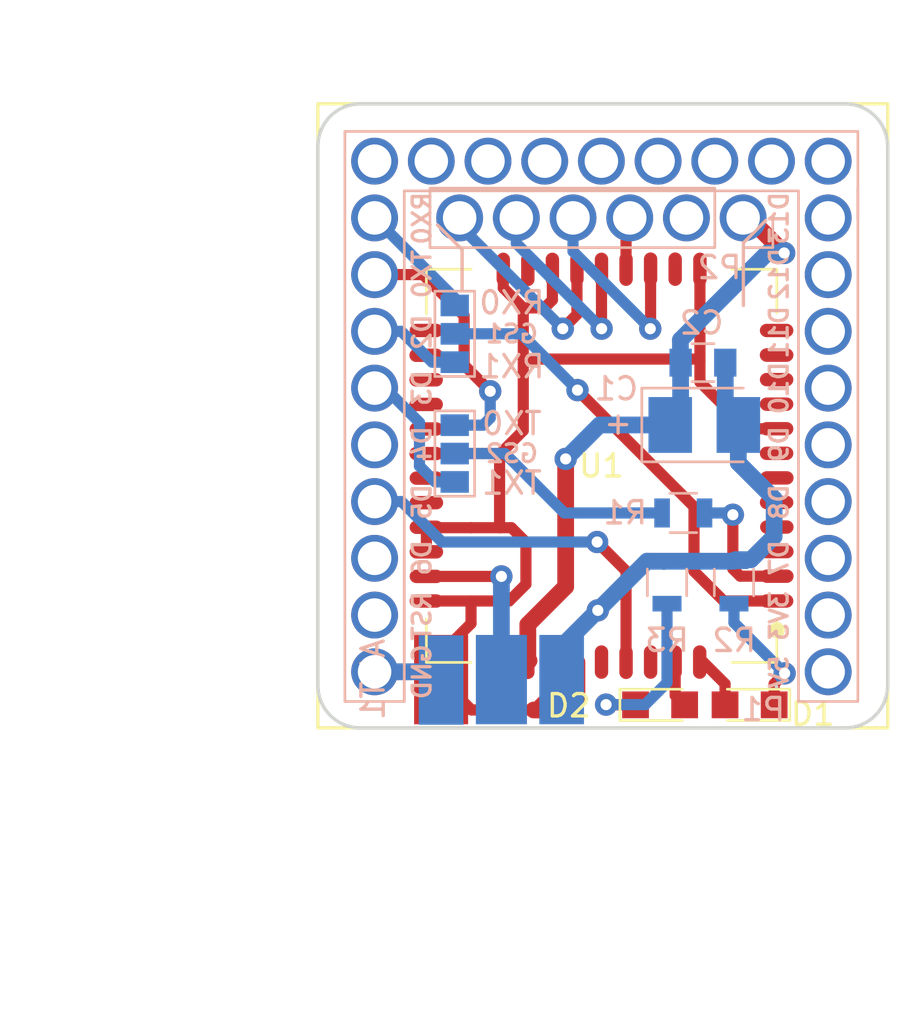
<source format=kicad_pcb>
(kicad_pcb (version 4) (host pcbnew 4.0.5)

  (general
    (links 39)
    (no_connects 0)
    (area 124.255401 58.089999 165.476 104.160001)
    (thickness 1.6)
    (drawings 29)
    (tracks 157)
    (zones 0)
    (modules 13)
    (nets 62)
  )

  (page A4)
  (title_block
    (title "Microduino SIM800C DE")
    (date "24 dicembre 2017")
    (rev 0.1)
  )

  (layers
    (0 F.Cu signal)
    (31 B.Cu signal)
    (32 B.Adhes user)
    (33 F.Adhes user)
    (34 B.Paste user)
    (35 F.Paste user)
    (36 B.SilkS user)
    (37 F.SilkS user)
    (38 B.Mask user)
    (39 F.Mask user)
    (44 Edge.Cuts user)
    (45 Margin user)
    (46 B.CrtYd user hide)
    (47 F.CrtYd user hide)
    (48 B.Fab user)
    (49 F.Fab user)
  )

  (setup
    (last_trace_width 0.25)
    (user_trace_width 0.4)
    (user_trace_width 0.5)
    (user_trace_width 0.75)
    (user_trace_width 1)
    (user_trace_width 1.5)
    (user_trace_width 2)
    (user_trace_width 2.5)
    (user_trace_width 3)
    (trace_clearance 0.2)
    (zone_clearance 0.508)
    (zone_45_only no)
    (trace_min 0.2)
    (segment_width 0.15)
    (edge_width 0.15)
    (via_size 0.6)
    (via_drill 0.4)
    (via_min_size 0.4)
    (via_min_drill 0.3)
    (user_via 1 0.5)
    (user_via 1.2 0.6)
    (uvia_size 0.3)
    (uvia_drill 0.1)
    (uvias_allowed no)
    (uvia_min_size 0.2)
    (uvia_min_drill 0.1)
    (pcb_text_width 0.3)
    (pcb_text_size 1.5 1.5)
    (mod_edge_width 0.15)
    (mod_text_size 1 1)
    (mod_text_width 0.15)
    (pad_size 4 2)
    (pad_drill 0)
    (pad_to_mask_clearance 0.2)
    (aux_axis_origin 0 0)
    (grid_origin 126.111 104.775)
    (visible_elements 7FFEFFFF)
    (pcbplotparams
      (layerselection 0x210fc_80000001)
      (usegerberextensions false)
      (excludeedgelayer true)
      (linewidth 0.100000)
      (plotframeref false)
      (viasonmask false)
      (mode 1)
      (useauxorigin false)
      (hpglpennumber 1)
      (hpglpenspeed 20)
      (hpglpendiameter 15)
      (hpglpenoverlay 2)
      (psnegative false)
      (psa4output false)
      (plotreference true)
      (plotvalue true)
      (plotinvisibletext false)
      (padsonsilk false)
      (subtractmaskfromsilk false)
      (outputformat 1)
      (mirror false)
      (drillshape 0)
      (scaleselection 1)
      (outputdirectory ""))
  )

  (net 0 "")
  (net 1 +5V)
  (net 2 +3V3)
  (net 3 /D7)
  (net 4 /D8)
  (net 5 /D9)
  (net 6 /D10)
  (net 7 /D11)
  (net 8 /D12)
  (net 9 /D13)
  (net 10 /D2)
  (net 11 /D3)
  (net 12 /A0)
  (net 13 /A1)
  (net 14 /A2)
  (net 15 /A3)
  (net 16 /SDA)
  (net 17 /SCL)
  (net 18 /A6)
  (net 19 /A7)
  (net 20 /RX0)
  (net 21 /D4)
  (net 22 /D5)
  (net 23 /D6)
  (net 24 /RESET)
  (net 25 GND)
  (net 26 "Net-(GS1-Pad2)")
  (net 27 "Net-(ANT1-Pad1)")
  (net 28 /VBAT)
  (net 29 "Net-(D1-Pad2)")
  (net 30 "Net-(D1-Pad1)")
  (net 31 "Net-(D2-Pad2)")
  (net 32 "Net-(D2-Pad1)")
  (net 33 "Net-(GS2-Pad2)")
  (net 34 /SIM_CLK)
  (net 35 /SIM_DATA)
  (net 36 /SIM_RST)
  (net 37 /VSIM)
  (net 38 "Net-(R1-Pad1)")
  (net 39 "Net-(U1-Pad29)")
  (net 40 "Net-(U1-Pad28)")
  (net 41 "Net-(U1-Pad26)")
  (net 42 "Net-(U1-Pad25)")
  (net 43 "Net-(U1-Pad24)")
  (net 44 "Net-(U1-Pad23)")
  (net 45 "Net-(U1-Pad22)")
  (net 46 "Net-(U1-Pad38)")
  (net 47 "Net-(U1-Pad40)")
  (net 48 "Net-(U1-Pad20)")
  (net 49 "Net-(U1-Pad14)")
  (net 50 "Net-(U1-Pad12)")
  (net 51 "Net-(U1-Pad11)")
  (net 52 "Net-(U1-Pad3)")
  (net 53 "Net-(U1-Pad4)")
  (net 54 "Net-(U1-Pad5)")
  (net 55 "Net-(U1-Pad6)")
  (net 56 "Net-(U1-Pad7)")
  (net 57 "Net-(U1-Pad9)")
  (net 58 "Net-(U1-Pad10)")
  (net 59 /TX0)
  (net 60 /AREF)
  (net 61 "Net-(P2-Pad2)")

  (net_class Default "Questo è il gruppo di collegamenti predefinito"
    (clearance 0.2)
    (trace_width 0.25)
    (via_dia 0.6)
    (via_drill 0.4)
    (uvia_dia 0.3)
    (uvia_drill 0.1)
    (add_net +3V3)
    (add_net +5V)
    (add_net /A0)
    (add_net /A1)
    (add_net /A2)
    (add_net /A3)
    (add_net /A6)
    (add_net /A7)
    (add_net /AREF)
    (add_net /D10)
    (add_net /D11)
    (add_net /D12)
    (add_net /D13)
    (add_net /D2)
    (add_net /D3)
    (add_net /D4)
    (add_net /D5)
    (add_net /D6)
    (add_net /D7)
    (add_net /D8)
    (add_net /D9)
    (add_net /RESET)
    (add_net /RX0)
    (add_net /SCL)
    (add_net /SDA)
    (add_net /SIM_CLK)
    (add_net /SIM_DATA)
    (add_net /SIM_RST)
    (add_net /TX0)
    (add_net /VBAT)
    (add_net /VSIM)
    (add_net GND)
    (add_net "Net-(ANT1-Pad1)")
    (add_net "Net-(D1-Pad1)")
    (add_net "Net-(D1-Pad2)")
    (add_net "Net-(D2-Pad1)")
    (add_net "Net-(D2-Pad2)")
    (add_net "Net-(GS1-Pad2)")
    (add_net "Net-(GS2-Pad2)")
    (add_net "Net-(P2-Pad2)")
    (add_net "Net-(R1-Pad1)")
    (add_net "Net-(U1-Pad10)")
    (add_net "Net-(U1-Pad11)")
    (add_net "Net-(U1-Pad12)")
    (add_net "Net-(U1-Pad14)")
    (add_net "Net-(U1-Pad20)")
    (add_net "Net-(U1-Pad22)")
    (add_net "Net-(U1-Pad23)")
    (add_net "Net-(U1-Pad24)")
    (add_net "Net-(U1-Pad25)")
    (add_net "Net-(U1-Pad26)")
    (add_net "Net-(U1-Pad28)")
    (add_net "Net-(U1-Pad29)")
    (add_net "Net-(U1-Pad3)")
    (add_net "Net-(U1-Pad38)")
    (add_net "Net-(U1-Pad4)")
    (add_net "Net-(U1-Pad40)")
    (add_net "Net-(U1-Pad5)")
    (add_net "Net-(U1-Pad6)")
    (add_net "Net-(U1-Pad7)")
    (add_net "Net-(U1-Pad9)")
  )

  (module Connectors:GS3 (layer B.Cu) (tedit 59907A75) (tstamp 58E8EEAC)
    (at 144.841 73.035 180)
    (descr "3-pin solder bridge")
    (tags "solder bridge")
    (path /58E8EC84)
    (attr smd)
    (fp_text reference GS1 (at -2.56 0 180) (layer B.SilkS)
      (effects (font (size 0.8 0.8) (thickness 0.15)) (justify mirror))
    )
    (fp_text value GS3 (at 1.8 0 450) (layer B.Fab)
      (effects (font (size 1 1) (thickness 0.15)) (justify mirror))
    )
    (fp_line (start -1.15 2.15) (end 1.15 2.15) (layer B.CrtYd) (width 0.05))
    (fp_line (start 1.15 2.15) (end 1.15 -2.15) (layer B.CrtYd) (width 0.05))
    (fp_line (start 1.15 -2.15) (end -1.15 -2.15) (layer B.CrtYd) (width 0.05))
    (fp_line (start -1.15 -2.15) (end -1.15 2.15) (layer B.CrtYd) (width 0.05))
    (fp_line (start -0.89 1.91) (end -0.89 -1.91) (layer B.SilkS) (width 0.12))
    (fp_line (start -0.89 -1.91) (end 0.89 -1.91) (layer B.SilkS) (width 0.12))
    (fp_line (start 0.89 -1.91) (end 0.89 1.91) (layer B.SilkS) (width 0.12))
    (fp_line (start -0.89 1.91) (end 0.89 1.91) (layer B.SilkS) (width 0.12))
    (pad 1 smd rect (at 0 1.27 180) (size 1.27 0.97) (layers B.Cu B.Paste B.Mask)
      (net 20 /RX0))
    (pad 2 smd rect (at 0 0 180) (size 1.27 0.97) (layers B.Cu B.Paste B.Mask)
      (net 26 "Net-(GS1-Pad2)"))
    (pad 3 smd rect (at 0 -1.27 180) (size 1.27 0.97) (layers B.Cu B.Paste B.Mask)
      (net 10 /D2))
  )

  (module Capacitors_Tantalum_SMD:CP_Tantalum_Case-B_EIA-3528-21_Reflow (layer B.Cu) (tedit 5990811C) (tstamp 59650D91)
    (at 156.021 77.115)
    (descr "Tantalum capacitor, Case B, EIA 3528-21, 3.5x2.8x1.9mm, Reflow soldering footprint")
    (tags "capacitor tantalum smd")
    (path /594FDD53)
    (attr smd)
    (fp_text reference C1 (at -3.94 -1.62) (layer B.SilkS)
      (effects (font (size 1 1) (thickness 0.15)) (justify mirror))
    )
    (fp_text value 100uF (at 0 -3.15) (layer B.Fab)
      (effects (font (size 1 1) (thickness 0.15)) (justify mirror))
    )
    (fp_text user %R (at 0.01 0.02) (layer B.Fab)
      (effects (font (size 0.8 0.8) (thickness 0.12)) (justify mirror))
    )
    (fp_line (start -2.85 1.75) (end -2.85 -1.75) (layer B.CrtYd) (width 0.05))
    (fp_line (start -2.85 -1.75) (end 2.85 -1.75) (layer B.CrtYd) (width 0.05))
    (fp_line (start 2.85 -1.75) (end 2.85 1.75) (layer B.CrtYd) (width 0.05))
    (fp_line (start 2.85 1.75) (end -2.85 1.75) (layer B.CrtYd) (width 0.05))
    (fp_line (start -1.75 1.4) (end -1.75 -1.4) (layer B.Fab) (width 0.1))
    (fp_line (start -1.75 -1.4) (end 1.75 -1.4) (layer B.Fab) (width 0.1))
    (fp_line (start 1.75 -1.4) (end 1.75 1.4) (layer B.Fab) (width 0.1))
    (fp_line (start 1.75 1.4) (end -1.75 1.4) (layer B.Fab) (width 0.1))
    (fp_line (start -1.4 1.4) (end -1.4 -1.4) (layer B.Fab) (width 0.1))
    (fp_line (start -1.225 1.4) (end -1.225 -1.4) (layer B.Fab) (width 0.1))
    (fp_line (start -2.8 1.65) (end 1.75 1.65) (layer B.SilkS) (width 0.12))
    (fp_line (start -2.8 -1.65) (end 1.75 -1.65) (layer B.SilkS) (width 0.12))
    (fp_line (start -2.8 1.65) (end -2.8 -1.65) (layer B.SilkS) (width 0.12))
    (pad 1 smd rect (at -1.525 0) (size 1.95 2.5) (layers B.Cu B.Paste B.Mask)
      (net 28 /VBAT))
    (pad 2 smd rect (at 1.525 0) (size 1.95 2.5) (layers B.Cu B.Paste B.Mask)
      (net 25 GND))
    (model Capacitors_Tantalum_SMD.3dshapes/CP_Tantalum_Case-B_EIA-3528-21.wrl
      (at (xyz 0 0 0))
      (scale (xyz 1 1 1))
      (rotate (xyz 0 0 0))
    )
  )

  (module Capacitors_SMD:C_0805 (layer B.Cu) (tedit 596E6AF0) (tstamp 59650D97)
    (at 155.961 74.325)
    (descr "Capacitor SMD 0805, reflow soldering, AVX (see smccp.pdf)")
    (tags "capacitor 0805")
    (path /594FDE58)
    (attr smd)
    (fp_text reference C2 (at -0.06 -1.78) (layer B.SilkS)
      (effects (font (size 1 1) (thickness 0.15)) (justify mirror))
    )
    (fp_text value 100nF (at 0 -1.75) (layer B.Fab)
      (effects (font (size 1 1) (thickness 0.15)) (justify mirror))
    )
    (fp_text user %R (at -0.06 -1.78) (layer B.Fab)
      (effects (font (size 1 1) (thickness 0.15)) (justify mirror))
    )
    (fp_line (start -1 -0.62) (end -1 0.62) (layer B.Fab) (width 0.1))
    (fp_line (start 1 -0.62) (end -1 -0.62) (layer B.Fab) (width 0.1))
    (fp_line (start 1 0.62) (end 1 -0.62) (layer B.Fab) (width 0.1))
    (fp_line (start -1 0.62) (end 1 0.62) (layer B.Fab) (width 0.1))
    (fp_line (start 0.5 0.85) (end -0.5 0.85) (layer B.SilkS) (width 0.12))
    (fp_line (start -0.5 -0.85) (end 0.5 -0.85) (layer B.SilkS) (width 0.12))
    (fp_line (start -1.75 0.88) (end 1.75 0.88) (layer B.CrtYd) (width 0.05))
    (fp_line (start -1.75 0.88) (end -1.75 -0.87) (layer B.CrtYd) (width 0.05))
    (fp_line (start 1.75 -0.87) (end 1.75 0.88) (layer B.CrtYd) (width 0.05))
    (fp_line (start 1.75 -0.87) (end -1.75 -0.87) (layer B.CrtYd) (width 0.05))
    (pad 1 smd rect (at -1 0) (size 1 1.25) (layers B.Cu B.Paste B.Mask)
      (net 28 /VBAT))
    (pad 2 smd rect (at 1 0) (size 1 1.25) (layers B.Cu B.Paste B.Mask)
      (net 25 GND))
    (model Capacitors_SMD.3dshapes/C_0805.wrl
      (at (xyz 0 0 0))
      (scale (xyz 1 1 1))
      (rotate (xyz 0 0 0))
    )
  )

  (module LEDs:LED_0805 (layer F.Cu) (tedit 596E6BD3) (tstamp 59650D9D)
    (at 158.051 89.645 180)
    (descr "LED 0805 smd package")
    (tags "LED led 0805 SMD smd SMT smt smdled SMDLED smtled SMTLED")
    (path /5964EA42)
    (attr smd)
    (fp_text reference D1 (at -2.83 -0.41 180) (layer F.SilkS)
      (effects (font (size 1 1) (thickness 0.15)))
    )
    (fp_text value LED_ALT (at 0 1.55 180) (layer F.Fab)
      (effects (font (size 1 1) (thickness 0.15)))
    )
    (fp_line (start -1.8 -0.7) (end -1.8 0.7) (layer F.SilkS) (width 0.12))
    (fp_line (start -0.4 -0.4) (end -0.4 0.4) (layer F.Fab) (width 0.1))
    (fp_line (start -0.4 0) (end 0.2 -0.4) (layer F.Fab) (width 0.1))
    (fp_line (start 0.2 0.4) (end -0.4 0) (layer F.Fab) (width 0.1))
    (fp_line (start 0.2 -0.4) (end 0.2 0.4) (layer F.Fab) (width 0.1))
    (fp_line (start 1 0.6) (end -1 0.6) (layer F.Fab) (width 0.1))
    (fp_line (start 1 -0.6) (end 1 0.6) (layer F.Fab) (width 0.1))
    (fp_line (start -1 -0.6) (end 1 -0.6) (layer F.Fab) (width 0.1))
    (fp_line (start -1 0.6) (end -1 -0.6) (layer F.Fab) (width 0.1))
    (fp_line (start -1.8 0.7) (end 1 0.7) (layer F.SilkS) (width 0.12))
    (fp_line (start -1.8 -0.7) (end 1 -0.7) (layer F.SilkS) (width 0.12))
    (fp_line (start 1.95 -0.85) (end 1.95 0.85) (layer F.CrtYd) (width 0.05))
    (fp_line (start 1.95 0.85) (end -1.95 0.85) (layer F.CrtYd) (width 0.05))
    (fp_line (start -1.95 0.85) (end -1.95 -0.85) (layer F.CrtYd) (width 0.05))
    (fp_line (start -1.95 -0.85) (end 1.95 -0.85) (layer F.CrtYd) (width 0.05))
    (pad 2 smd rect (at 1.1 0) (size 1.2 1.2) (layers F.Cu F.Paste F.Mask)
      (net 29 "Net-(D1-Pad2)"))
    (pad 1 smd rect (at -1.1 0) (size 1.2 1.2) (layers F.Cu F.Paste F.Mask)
      (net 30 "Net-(D1-Pad1)"))
    (model LEDs.3dshapes/LED_0805.wrl
      (at (xyz 0 0 0))
      (scale (xyz 1 1 1))
      (rotate (xyz 0 0 180))
    )
  )

  (module LEDs:LED_0805 (layer F.Cu) (tedit 59908203) (tstamp 59650DA3)
    (at 154.041 89.645)
    (descr "LED 0805 smd package")
    (tags "LED led 0805 SMD smd SMT smt smdled SMDLED smtled SMTLED")
    (path /5964EAEF)
    (attr smd)
    (fp_text reference D2 (at -4.09 0.04) (layer F.SilkS)
      (effects (font (size 1 1) (thickness 0.15)))
    )
    (fp_text value LED_ALT (at 0 1.55) (layer F.Fab)
      (effects (font (size 1 1) (thickness 0.15)))
    )
    (fp_line (start -1.8 -0.7) (end -1.8 0.7) (layer F.SilkS) (width 0.12))
    (fp_line (start -0.4 -0.4) (end -0.4 0.4) (layer F.Fab) (width 0.1))
    (fp_line (start -0.4 0) (end 0.2 -0.4) (layer F.Fab) (width 0.1))
    (fp_line (start 0.2 0.4) (end -0.4 0) (layer F.Fab) (width 0.1))
    (fp_line (start 0.2 -0.4) (end 0.2 0.4) (layer F.Fab) (width 0.1))
    (fp_line (start 1 0.6) (end -1 0.6) (layer F.Fab) (width 0.1))
    (fp_line (start 1 -0.6) (end 1 0.6) (layer F.Fab) (width 0.1))
    (fp_line (start -1 -0.6) (end 1 -0.6) (layer F.Fab) (width 0.1))
    (fp_line (start -1 0.6) (end -1 -0.6) (layer F.Fab) (width 0.1))
    (fp_line (start -1.8 0.7) (end 1 0.7) (layer F.SilkS) (width 0.12))
    (fp_line (start -1.8 -0.7) (end 1 -0.7) (layer F.SilkS) (width 0.12))
    (fp_line (start 1.95 -0.85) (end 1.95 0.85) (layer F.CrtYd) (width 0.05))
    (fp_line (start 1.95 0.85) (end -1.95 0.85) (layer F.CrtYd) (width 0.05))
    (fp_line (start -1.95 0.85) (end -1.95 -0.85) (layer F.CrtYd) (width 0.05))
    (fp_line (start -1.95 -0.85) (end 1.95 -0.85) (layer F.CrtYd) (width 0.05))
    (pad 2 smd rect (at 1.1 0 180) (size 1.2 1.2) (layers F.Cu F.Paste F.Mask)
      (net 31 "Net-(D2-Pad2)"))
    (pad 1 smd rect (at -1.1 0 180) (size 1.2 1.2) (layers F.Cu F.Paste F.Mask)
      (net 32 "Net-(D2-Pad1)"))
    (model LEDs.3dshapes/LED_0805.wrl
      (at (xyz 0 0 0))
      (scale (xyz 1 1 1))
      (rotate (xyz 0 0 180))
    )
  )

  (module Connectors:GS3 (layer B.Cu) (tedit 59907FD7) (tstamp 59650DAA)
    (at 144.841 78.395 180)
    (descr "3-pin solder bridge")
    (tags "solder bridge")
    (path /595027C0)
    (attr smd)
    (fp_text reference GS2 (at -2.56 0 180) (layer B.SilkS)
      (effects (font (size 0.8 0.8) (thickness 0.15)) (justify mirror))
    )
    (fp_text value GS3 (at 1.8 0 450) (layer B.Fab)
      (effects (font (size 1 1) (thickness 0.15)) (justify mirror))
    )
    (fp_line (start -1.15 2.15) (end 1.15 2.15) (layer B.CrtYd) (width 0.05))
    (fp_line (start 1.15 2.15) (end 1.15 -2.15) (layer B.CrtYd) (width 0.05))
    (fp_line (start 1.15 -2.15) (end -1.15 -2.15) (layer B.CrtYd) (width 0.05))
    (fp_line (start -1.15 -2.15) (end -1.15 2.15) (layer B.CrtYd) (width 0.05))
    (fp_line (start -0.89 1.91) (end -0.89 -1.91) (layer B.SilkS) (width 0.12))
    (fp_line (start -0.89 -1.91) (end 0.89 -1.91) (layer B.SilkS) (width 0.12))
    (fp_line (start 0.89 -1.91) (end 0.89 1.91) (layer B.SilkS) (width 0.12))
    (fp_line (start -0.89 1.91) (end 0.89 1.91) (layer B.SilkS) (width 0.12))
    (pad 1 smd rect (at 0 1.27 180) (size 1.27 0.97) (layers B.Cu B.Paste B.Mask)
      (net 59 /TX0))
    (pad 2 smd rect (at 0 0 180) (size 1.27 0.97) (layers B.Cu B.Paste B.Mask)
      (net 33 "Net-(GS2-Pad2)"))
    (pad 3 smd rect (at 0 -1.27 180) (size 1.27 0.97) (layers B.Cu B.Paste B.Mask)
      (net 11 /D3))
  )

  (module Pin_Headers:Pin_Header_Straight_1x06_Pitch2.54mm (layer B.Cu) (tedit 59908132) (tstamp 59650DEE)
    (at 157.761 67.845 90)
    (descr "Through hole straight pin header, 1x06, 2.54mm pitch, single row")
    (tags "Through hole pin header THT 1x06 2.54mm single row")
    (path /59500203)
    (fp_text reference P2 (at -2.22 -1.06 180) (layer B.SilkS)
      (effects (font (size 1 1) (thickness 0.15)) (justify mirror))
    )
    (fp_text value CONN_01X06 (at 0 -15.03 90) (layer B.Fab)
      (effects (font (size 1 1) (thickness 0.15)) (justify mirror))
    )
    (fp_line (start -1.27 1.27) (end -1.27 -13.97) (layer B.Fab) (width 0.1))
    (fp_line (start -1.27 -13.97) (end 1.27 -13.97) (layer B.Fab) (width 0.1))
    (fp_line (start 1.27 -13.97) (end 1.27 1.27) (layer B.Fab) (width 0.1))
    (fp_line (start 1.27 1.27) (end -1.27 1.27) (layer B.Fab) (width 0.1))
    (fp_line (start -1.33 -1.27) (end -1.33 -14.03) (layer B.SilkS) (width 0.12))
    (fp_line (start -1.33 -14.03) (end 1.33 -14.03) (layer B.SilkS) (width 0.12))
    (fp_line (start 1.33 -14.03) (end 1.33 -1.27) (layer B.SilkS) (width 0.12))
    (fp_line (start 1.33 -1.27) (end -1.33 -1.27) (layer B.SilkS) (width 0.12))
    (fp_line (start -1.33 0) (end -1.33 1.33) (layer B.SilkS) (width 0.12))
    (fp_line (start -1.33 1.33) (end 0 1.33) (layer B.SilkS) (width 0.12))
    (fp_line (start -1.8 1.8) (end -1.8 -14.5) (layer B.CrtYd) (width 0.05))
    (fp_line (start -1.8 -14.5) (end 1.8 -14.5) (layer B.CrtYd) (width 0.05))
    (fp_line (start 1.8 -14.5) (end 1.8 1.8) (layer B.CrtYd) (width 0.05))
    (fp_line (start 1.8 1.8) (end -1.8 1.8) (layer B.CrtYd) (width 0.05))
    (fp_text user %R (at 0 1.93 90) (layer B.Fab)
      (effects (font (size 0.8 0.8) (thickness 0.1)) (justify mirror))
    )
    (pad 1 thru_hole circle (at 0 0 90) (size 2.1 2.1) (drill 1.5) (layers *.Cu *.Mask)
      (net 28 /VBAT))
    (pad 2 thru_hole circle (at 0 -2.54 90) (size 2.1 2.1) (drill 1.5) (layers *.Cu *.Mask)
      (net 61 "Net-(P2-Pad2)"))
    (pad 3 thru_hole circle (at 0 -5.08 90) (size 2.1 2.1) (drill 1.5) (layers *.Cu *.Mask)
      (net 34 /SIM_CLK))
    (pad 4 thru_hole circle (at 0 -7.62 90) (size 2.1 2.1) (drill 1.5) (layers *.Cu *.Mask)
      (net 35 /SIM_DATA))
    (pad 5 thru_hole circle (at 0 -10.16 90) (size 2.1 2.1) (drill 1.5) (layers *.Cu *.Mask)
      (net 36 /SIM_RST))
    (pad 6 thru_hole circle (at 0 -12.7 90) (size 2.1 2.1) (drill 1.5) (layers *.Cu *.Mask)
      (net 37 /VSIM))
  )

  (module Resistors_SMD:R_0805 (layer B.Cu) (tedit 59908122) (tstamp 59650DF4)
    (at 155.081 81.055 180)
    (descr "Resistor SMD 0805, reflow soldering, Vishay (see dcrcw.pdf)")
    (tags "resistor 0805")
    (path /59502FA7)
    (attr smd)
    (fp_text reference R1 (at 2.6 0.01 180) (layer B.SilkS)
      (effects (font (size 1 1) (thickness 0.15)) (justify mirror))
    )
    (fp_text value 1k (at 0 -1.75 180) (layer B.Fab)
      (effects (font (size 1 1) (thickness 0.15)) (justify mirror))
    )
    (fp_text user %R (at 0 0 180) (layer B.Fab)
      (effects (font (size 0.5 0.5) (thickness 0.075)) (justify mirror))
    )
    (fp_line (start -1 -0.62) (end -1 0.62) (layer B.Fab) (width 0.1))
    (fp_line (start 1 -0.62) (end -1 -0.62) (layer B.Fab) (width 0.1))
    (fp_line (start 1 0.62) (end 1 -0.62) (layer B.Fab) (width 0.1))
    (fp_line (start -1 0.62) (end 1 0.62) (layer B.Fab) (width 0.1))
    (fp_line (start 0.6 -0.88) (end -0.6 -0.88) (layer B.SilkS) (width 0.12))
    (fp_line (start -0.6 0.88) (end 0.6 0.88) (layer B.SilkS) (width 0.12))
    (fp_line (start -1.55 0.9) (end 1.55 0.9) (layer B.CrtYd) (width 0.05))
    (fp_line (start -1.55 0.9) (end -1.55 -0.9) (layer B.CrtYd) (width 0.05))
    (fp_line (start 1.55 -0.9) (end 1.55 0.9) (layer B.CrtYd) (width 0.05))
    (fp_line (start 1.55 -0.9) (end -1.55 -0.9) (layer B.CrtYd) (width 0.05))
    (pad 1 smd rect (at -0.95 0 180) (size 0.7 1.3) (layers B.Cu B.Paste B.Mask)
      (net 38 "Net-(R1-Pad1)"))
    (pad 2 smd rect (at 0.95 0 180) (size 0.7 1.3) (layers B.Cu B.Paste B.Mask)
      (net 33 "Net-(GS2-Pad2)"))
    (model ${KISYS3DMOD}/Resistors_SMD.3dshapes/R_0805.wrl
      (at (xyz 0 0 0))
      (scale (xyz 1 1 1))
      (rotate (xyz 0 0 0))
    )
  )

  (module Resistors_SMD:R_0805 (layer B.Cu) (tedit 59907987) (tstamp 59650DFA)
    (at 157.351 84.165 270)
    (descr "Resistor SMD 0805, reflow soldering, Vishay (see dcrcw.pdf)")
    (tags "resistor 0805")
    (path /5964EB99)
    (attr smd)
    (fp_text reference R2 (at 2.59 -0.01 360) (layer B.SilkS)
      (effects (font (size 1 1) (thickness 0.15)) (justify mirror))
    )
    (fp_text value 220 (at 0 -1.75 270) (layer B.Fab)
      (effects (font (size 1 1) (thickness 0.15)) (justify mirror))
    )
    (fp_text user %R (at 0 0 270) (layer B.Fab)
      (effects (font (size 0.5 0.5) (thickness 0.075)) (justify mirror))
    )
    (fp_line (start -1 -0.62) (end -1 0.62) (layer B.Fab) (width 0.1))
    (fp_line (start 1 -0.62) (end -1 -0.62) (layer B.Fab) (width 0.1))
    (fp_line (start 1 0.62) (end 1 -0.62) (layer B.Fab) (width 0.1))
    (fp_line (start -1 0.62) (end 1 0.62) (layer B.Fab) (width 0.1))
    (fp_line (start 0.6 -0.88) (end -0.6 -0.88) (layer B.SilkS) (width 0.12))
    (fp_line (start -0.6 0.88) (end 0.6 0.88) (layer B.SilkS) (width 0.12))
    (fp_line (start -1.55 0.9) (end 1.55 0.9) (layer B.CrtYd) (width 0.05))
    (fp_line (start -1.55 0.9) (end -1.55 -0.9) (layer B.CrtYd) (width 0.05))
    (fp_line (start 1.55 -0.9) (end 1.55 0.9) (layer B.CrtYd) (width 0.05))
    (fp_line (start 1.55 -0.9) (end -1.55 -0.9) (layer B.CrtYd) (width 0.05))
    (pad 1 smd rect (at -0.95 0 270) (size 0.7 1.3) (layers B.Cu B.Paste B.Mask)
      (net 25 GND))
    (pad 2 smd rect (at 0.95 0 270) (size 0.7 1.3) (layers B.Cu B.Paste B.Mask)
      (net 30 "Net-(D1-Pad1)"))
    (model ${KISYS3DMOD}/Resistors_SMD.3dshapes/R_0805.wrl
      (at (xyz 0 0 0))
      (scale (xyz 1 1 1))
      (rotate (xyz 0 0 0))
    )
  )

  (module Resistors_SMD:R_0805 (layer B.Cu) (tedit 5990797F) (tstamp 59650E00)
    (at 154.351 84.165 270)
    (descr "Resistor SMD 0805, reflow soldering, Vishay (see dcrcw.pdf)")
    (tags "resistor 0805")
    (path /5964EBD6)
    (attr smd)
    (fp_text reference R3 (at 2.59 0 360) (layer B.SilkS)
      (effects (font (size 1 1) (thickness 0.15)) (justify mirror))
    )
    (fp_text value 220 (at 0 -1.75 270) (layer B.Fab)
      (effects (font (size 1 1) (thickness 0.15)) (justify mirror))
    )
    (fp_text user %R (at 0 0 270) (layer B.Fab)
      (effects (font (size 0.5 0.5) (thickness 0.075)) (justify mirror))
    )
    (fp_line (start -1 -0.62) (end -1 0.62) (layer B.Fab) (width 0.1))
    (fp_line (start 1 -0.62) (end -1 -0.62) (layer B.Fab) (width 0.1))
    (fp_line (start 1 0.62) (end 1 -0.62) (layer B.Fab) (width 0.1))
    (fp_line (start -1 0.62) (end 1 0.62) (layer B.Fab) (width 0.1))
    (fp_line (start 0.6 -0.88) (end -0.6 -0.88) (layer B.SilkS) (width 0.12))
    (fp_line (start -0.6 0.88) (end 0.6 0.88) (layer B.SilkS) (width 0.12))
    (fp_line (start -1.55 0.9) (end 1.55 0.9) (layer B.CrtYd) (width 0.05))
    (fp_line (start -1.55 0.9) (end -1.55 -0.9) (layer B.CrtYd) (width 0.05))
    (fp_line (start 1.55 -0.9) (end 1.55 0.9) (layer B.CrtYd) (width 0.05))
    (fp_line (start 1.55 -0.9) (end -1.55 -0.9) (layer B.CrtYd) (width 0.05))
    (pad 1 smd rect (at -0.95 0 270) (size 0.7 1.3) (layers B.Cu B.Paste B.Mask)
      (net 25 GND))
    (pad 2 smd rect (at 0.95 0 270) (size 0.7 1.3) (layers B.Cu B.Paste B.Mask)
      (net 32 "Net-(D2-Pad1)"))
    (model ${KISYS3DMOD}/Resistors_SMD.3dshapes/R_0805.wrl
      (at (xyz 0 0 0))
      (scale (xyz 1 1 1))
      (rotate (xyz 0 0 0))
    )
  )

  (module Libreria_PCB_mia:SIM800C-42PIN (layer F.Cu) (tedit 5966F570) (tstamp 5967B11A)
    (at 151.421 78.945 180)
    (descr "SIM800C-42PIN PTCH 1,10")
    (path /59501F3B)
    (attr smd)
    (fp_text reference U1 (at 0.01 0 180) (layer F.SilkS)
      (effects (font (size 1 1) (thickness 0.15)))
    )
    (fp_text value SIM800C (at 0.01 6.37 180) (layer F.Fab)
      (effects (font (size 1 1) (thickness 0.15)))
    )
    (fp_line (start 6.76 -2.54) (end 4.78 -2.54) (layer F.CrtYd) (width 0.15))
    (fp_line (start 4.78 -2.54) (end 4.78 -7.07) (layer F.CrtYd) (width 0.15))
    (fp_line (start 4.78 -7.07) (end 6.76 -7.07) (layer F.CrtYd) (width 0.15))
    (fp_line (start 6.76 -7.07) (end 6.76 -2.54) (layer F.CrtYd) (width 0.15))
    (fp_line (start 6.85 -7.8) (end -6.85 -7.8) (layer F.Fab) (width 0.15))
    (fp_line (start 6.85 7.8) (end 6.85 -7.8) (layer F.Fab) (width 0.15))
    (fp_line (start -6.85 7.8) (end 6.85 7.8) (layer F.Fab) (width 0.15))
    (fp_line (start -6.85 -7.8) (end -6.85 7.81) (layer F.Fab) (width 0.15))
    (fp_line (start -7.85 8.8) (end -7.85 6.85) (layer F.SilkS) (width 0.12))
    (fp_line (start -7.85 8.8) (end -5.85 8.8) (layer F.SilkS) (width 0.12))
    (fp_line (start 7.85 8.8) (end 5.85 8.8) (layer F.SilkS) (width 0.12))
    (fp_line (start 7.85 8.8) (end 7.85 6.8) (layer F.SilkS) (width 0.12))
    (fp_line (start 7.85 -8.8) (end 5.85 -8.8) (layer F.SilkS) (width 0.12))
    (fp_line (start 7.85 -8.8) (end 7.85 -6.85) (layer F.SilkS) (width 0.12))
    (fp_line (start -7.85 -8.8) (end -7.85 -6.85) (layer F.SilkS) (width 0.12))
    (fp_line (start -7.85 -8.8) (end -5.85 -8.8) (layer F.SilkS) (width 0.12))
    (fp_line (start -7.85 8.8) (end 7.85 8.8) (layer F.CrtYd) (width 0.05))
    (fp_line (start 7.85 8.8) (end 7.85 -8.8) (layer F.CrtYd) (width 0.05))
    (fp_line (start 7.85 -8.8) (end -7.85 -8.8) (layer F.CrtYd) (width 0.05))
    (fp_line (start -7.85 -8.8) (end -7.85 8.8) (layer F.CrtYd) (width 0.05))
    (fp_text user %R (at 0 0 180) (layer F.Fab)
      (effects (font (size 1 1) (thickness 0.15)))
    )
    (pad "" smd circle (at -7.85 -7.35 90) (size 0.7 0.7) (layers F.SilkS))
    (pad 32 smd oval (at 7.85 -4.95) (size 1.5 0.6) (layers F.Cu F.Paste F.Mask)
      (net 27 "Net-(ANT1-Pad1)"))
    (pad 31 smd oval (at 7.85 -3.85) (size 1.5 0.6) (layers F.Cu F.Paste F.Mask)
      (net 25 GND))
    (pad 30 smd oval (at 7.85 -2.75) (size 1.5 0.6) (layers F.Cu F.Paste F.Mask)
      (net 25 GND))
    (pad 29 smd oval (at 7.85 -1.65) (size 1.5 0.6) (layers F.Cu F.Paste F.Mask)
      (net 39 "Net-(U1-Pad29)"))
    (pad 28 smd oval (at 7.85 -0.55) (size 1.5 0.6) (layers F.Cu F.Paste F.Mask)
      (net 40 "Net-(U1-Pad28)"))
    (pad 27 smd oval (at 7.86 0.55) (size 1.5 0.6) (layers F.Cu F.Paste F.Mask)
      (net 25 GND))
    (pad 26 smd oval (at 7.85 1.65) (size 1.5 0.6) (layers F.Cu F.Paste F.Mask)
      (net 41 "Net-(U1-Pad26)"))
    (pad 25 smd oval (at 7.86 2.75) (size 1.5 0.6) (layers F.Cu F.Paste F.Mask)
      (net 42 "Net-(U1-Pad25)"))
    (pad 24 smd oval (at 7.86 3.85) (size 1.5 0.6) (layers F.Cu F.Paste F.Mask)
      (net 43 "Net-(U1-Pad24)"))
    (pad 23 smd oval (at 7.86 4.95) (size 1.5 0.6) (layers F.Cu F.Paste F.Mask)
      (net 44 "Net-(U1-Pad23)"))
    (pad 22 smd oval (at 7.85 6.06) (size 1.5 0.6) (layers F.Cu F.Paste F.Mask)
      (net 45 "Net-(U1-Pad22)"))
    (pad 33 smd oval (at 7.85 -6.05) (size 1.5 0.6) (layers F.Cu F.Paste F.Mask)
      (net 25 GND))
    (pad 34 smd oval (at 4.415 -8.785 90) (size 1.5 0.6) (layers F.Cu F.Paste F.Mask)
      (net 28 /VBAT))
    (pad 35 smd oval (at 3.305 -8.795 90) (size 1.5 0.6) (layers F.Cu F.Paste F.Mask)
      (net 28 /VBAT))
    (pad 36 smd oval (at 2.205 -8.795 90) (size 1.5 0.6) (layers F.Cu F.Paste F.Mask)
      (net 25 GND))
    (pad 37 smd oval (at 1.105 -8.795 90) (size 1.5 0.6) (layers F.Cu F.Paste F.Mask)
      (net 25 GND))
    (pad 38 smd oval (at 0.005 -8.785 90) (size 1.5 0.6) (layers F.Cu F.Paste F.Mask)
      (net 46 "Net-(U1-Pad38)"))
    (pad 39 smd oval (at -1.095 -8.795 90) (size 1.5 0.6) (layers F.Cu F.Paste F.Mask)
      (net 22 /D5))
    (pad 40 smd oval (at -2.195 -8.785 90) (size 1.5 0.6) (layers F.Cu F.Paste F.Mask)
      (net 47 "Net-(U1-Pad40)"))
    (pad 41 smd oval (at -3.295 -8.785 90) (size 1.5 0.6) (layers F.Cu F.Paste F.Mask)
      (net 31 "Net-(D2-Pad2)"))
    (pad 42 smd oval (at -4.395 -8.785 90) (size 1.5 0.6) (layers F.Cu F.Paste F.Mask)
      (net 29 "Net-(D1-Pad2)"))
    (pad 21 smd oval (at 4.405 8.795 270) (size 1.5 0.6) (layers F.Cu F.Paste F.Mask)
      (net 25 GND))
    (pad 20 smd oval (at 3.305 8.795 270) (size 1.5 0.6) (layers F.Cu F.Paste F.Mask)
      (net 48 "Net-(U1-Pad20)"))
    (pad 19 smd oval (at 2.205 8.795 270) (size 1.5 0.6) (layers F.Cu F.Paste F.Mask)
      (net 25 GND))
    (pad 18 smd oval (at 1.105 8.805 270) (size 1.5 0.6) (layers F.Cu F.Paste F.Mask)
      (net 37 /VSIM))
    (pad 17 smd oval (at 0.005 8.795 270) (size 1.5 0.6) (layers F.Cu F.Paste F.Mask)
      (net 36 /SIM_RST))
    (pad 16 smd oval (at -1.095 8.805 270) (size 1.5 0.6) (layers F.Cu F.Paste F.Mask)
      (net 34 /SIM_CLK))
    (pad 15 smd oval (at -2.195 8.805 270) (size 1.5 0.6) (layers F.Cu F.Paste F.Mask)
      (net 35 /SIM_DATA))
    (pad 14 smd oval (at -3.295 8.805 270) (size 1.5 0.6) (layers F.Cu F.Paste F.Mask)
      (net 49 "Net-(U1-Pad14)"))
    (pad 13 smd oval (at -4.405 8.795 270) (size 1.5 0.6) (layers F.Cu F.Paste F.Mask)
      (net 25 GND))
    (pad 12 smd oval (at -7.84 6.06 180) (size 1.5 0.6) (layers F.Cu F.Paste F.Mask)
      (net 50 "Net-(U1-Pad12)"))
    (pad 11 smd oval (at -7.84 4.96 180) (size 1.5 0.6) (layers F.Cu F.Paste F.Mask)
      (net 51 "Net-(U1-Pad11)"))
    (pad 1 smd oval (at -7.84 -6.05 180) (size 1.5 0.6) (layers F.Cu F.Paste F.Mask)
      (net 26 "Net-(GS1-Pad2)"))
    (pad 2 smd oval (at -7.85 -4.94 180) (size 1.5 0.6) (layers F.Cu F.Paste F.Mask)
      (net 38 "Net-(R1-Pad1)"))
    (pad 3 smd oval (at -7.85 -3.84 180) (size 1.5 0.6) (layers F.Cu F.Paste F.Mask)
      (net 52 "Net-(U1-Pad3)"))
    (pad 4 smd oval (at -7.85 -2.74 180) (size 1.5 0.6) (layers F.Cu F.Paste F.Mask)
      (net 53 "Net-(U1-Pad4)"))
    (pad 5 smd oval (at -7.84 -1.64 180) (size 1.5 0.6) (layers F.Cu F.Paste F.Mask)
      (net 54 "Net-(U1-Pad5)"))
    (pad 6 smd oval (at -7.85 -0.54 180) (size 1.5 0.6) (layers F.Cu F.Paste F.Mask)
      (net 55 "Net-(U1-Pad6)"))
    (pad 7 smd oval (at -7.84 0.56 180) (size 1.5 0.6) (layers F.Cu F.Paste F.Mask)
      (net 56 "Net-(U1-Pad7)"))
    (pad 8 smd oval (at -7.84 1.66 180) (size 1.5 0.6) (layers F.Cu F.Paste F.Mask)
      (net 25 GND))
    (pad 9 smd oval (at -7.84 2.76 180) (size 1.5 0.6) (layers F.Cu F.Paste F.Mask)
      (net 57 "Net-(U1-Pad9)"))
    (pad 10 smd oval (at -7.84 3.86 180) (size 1.5 0.6) (layers F.Cu F.Paste F.Mask)
      (net 58 "Net-(U1-Pad10)"))
    (pad 11 smd oval (at -7.84 4.96 180) (size 1.5 0.6) (layers F.Cu F.Paste F.Mask)
      (net 51 "Net-(U1-Pad11)"))
    (pad "" smd circle (at -7.85 -7.35 90) (size 0.7 0.7) (layers F.Cu F.Paste F.Mask))
  )

  (module Libreria_PCB_mia:Upin_27 (layer B.Cu) (tedit 5CACBE7F) (tstamp 597E1F5C)
    (at 161.571 88.165 180)
    (descr "Through hole straight socket strip, 1x09, 2.54mm pitch, single row")
    (tags "Through hole socket strip THT 1x09 2.54mm single row")
    (path /58E8C7EF)
    (fp_text reference P1 (at 2.91 -1.69 180) (layer B.SilkS)
      (effects (font (size 1 1) (thickness 0.15)) (justify mirror))
    )
    (fp_text value CONN_1x27 (at -2.83 10.17 450) (layer B.Fab)
      (effects (font (size 1 1) (thickness 0.15)) (justify mirror))
    )
    (fp_line (start 16.4 18.9) (end 17.5 20) (layer B.SilkS) (width 0.15))
    (fp_line (start 16.4 18.9) (end 16.4 17.1) (layer B.SilkS) (width 0.15))
    (fp_line (start 2.8 20.2) (end 3.8 19.2) (layer B.SilkS) (width 0.15))
    (fp_line (start 3.8 19.2) (end 3.8 16.4) (layer B.SilkS) (width 0.15))
    (fp_text user GND (at 18.2 0 450) (layer B.SilkS)
      (effects (font (size 0.8 0.8) (thickness 0.15)) (justify mirror))
    )
    (fp_text user RST (at 18.2 2.5 450) (layer B.SilkS)
      (effects (font (size 0.8 0.8) (thickness 0.15)) (justify mirror))
    )
    (fp_text user D6 (at 18.2 5.1 450) (layer B.SilkS)
      (effects (font (size 0.8 0.8) (thickness 0.15)) (justify mirror))
    )
    (fp_text user D5 (at 18.2 7.6 450) (layer B.SilkS)
      (effects (font (size 0.8 0.8) (thickness 0.15)) (justify mirror))
    )
    (fp_text user D4 (at 18.2 10.2 450) (layer B.SilkS)
      (effects (font (size 0.8 0.8) (thickness 0.15)) (justify mirror))
    )
    (fp_text user D3 (at 18.2 12.7 450) (layer B.SilkS)
      (effects (font (size 0.8 0.8) (thickness 0.15)) (justify mirror))
    )
    (fp_text user D2 (at 18.2 15.2 450) (layer B.SilkS)
      (effects (font (size 0.8 0.8) (thickness 0.15)) (justify mirror))
    )
    (fp_text user TX0 (at 18.2 17.8 450) (layer B.SilkS)
      (effects (font (size 0.8 0.8) (thickness 0.15)) (justify mirror))
    )
    (fp_text user RX0 (at 18.2 20.3 450) (layer B.SilkS)
      (effects (font (size 0.8 0.8) (thickness 0.15)) (justify mirror))
    )
    (fp_text user D13 (at 2.2 20.3 450) (layer B.SilkS)
      (effects (font (size 0.8 0.8) (thickness 0.15)) (justify mirror))
    )
    (fp_text user D12 (at 2.2 17.8 450) (layer B.SilkS)
      (effects (font (size 0.8 0.8) (thickness 0.15)) (justify mirror))
    )
    (fp_text user D11 (at 2.2 15.2 450) (layer B.SilkS)
      (effects (font (size 0.8 0.8) (thickness 0.15)) (justify mirror))
    )
    (fp_text user D10 (at 2.2 12.7 450) (layer B.SilkS)
      (effects (font (size 0.8 0.8) (thickness 0.15)) (justify mirror))
    )
    (fp_text user D9 (at 2.2 10.2 450) (layer B.SilkS)
      (effects (font (size 0.8 0.8) (thickness 0.15)) (justify mirror))
    )
    (fp_text user D8 (at 2.2 7.6 450) (layer B.SilkS)
      (effects (font (size 0.8 0.8) (thickness 0.15)) (justify mirror))
    )
    (fp_text user D7 (at 2.2 5.1 450) (layer B.SilkS)
      (effects (font (size 0.8 0.8) (thickness 0.15)) (justify mirror))
    )
    (fp_text user 3V3 (at 2.2 2.5 450) (layer B.SilkS)
      (effects (font (size 0.8 0.8) (thickness 0.15)) (justify mirror))
    )
    (fp_text user 5V (at 2.2 0 450) (layer B.SilkS)
      (effects (font (size 0.8 0.8) (thickness 0.15)) (justify mirror))
    )
    (fp_line (start 1.8 -1.78) (end 1.8 21.05) (layer B.CrtYd) (width 0.12))
    (fp_line (start 18.52 21.05) (end 1.8 21.05) (layer B.CrtYd) (width 0.12))
    (fp_line (start -1.27 24.13) (end -1.27 -1.27) (layer B.Fab) (width 0.12))
    (fp_line (start 1.27 -1.27) (end 1.27 21.59) (layer B.Fab) (width 0.12))
    (fp_line (start 1.27 21.59) (end 19.05 21.59) (layer B.Fab) (width 0.12))
    (fp_line (start 19.05 21.59) (end 19.05 -1.27) (layer B.Fab) (width 0.12))
    (fp_line (start 19.05 -1.27) (end 21.59 -1.27) (layer B.Fab) (width 0.12))
    (fp_line (start 21.59 -1.27) (end 21.59 24.13) (layer B.Fab) (width 0.12))
    (fp_line (start 21.59 24.13) (end -1.27 24.13) (layer B.Fab) (width 0.12))
    (fp_line (start 21.65 -1.33) (end 21.65 24.19) (layer B.SilkS) (width 0.12))
    (fp_line (start 21.65 24.19) (end -1.33 24.19) (layer B.SilkS) (width 0.12))
    (fp_line (start -1.33 -1.33) (end -1.33 24.19) (layer B.SilkS) (width 0.12))
    (fp_line (start 1.33 -1.33) (end 1.33 21.53) (layer B.SilkS) (width 0.12))
    (fp_line (start 1.33 21.53) (end 18.99 21.53) (layer B.SilkS) (width 0.12))
    (fp_line (start 18.99 -1.33) (end 18.99 21.53) (layer B.SilkS) (width 0.12))
    (fp_line (start 18.99 -1.33) (end 18.99 5.48) (layer B.SilkS) (width 0.12))
    (fp_line (start -1.8 24.67) (end 22.12 24.67) (layer B.CrtYd) (width 0.12))
    (fp_line (start -1.8 -1.78) (end -1.8 24.67) (layer B.CrtYd) (width 0.12))
    (fp_line (start 22.12 -1.78) (end 22.12 24.67) (layer B.CrtYd) (width 0.12))
    (fp_line (start 18.52 21.05) (end 18.52 -1.8) (layer B.CrtYd) (width 0.12))
    (fp_line (start 18.52 -1.8) (end 22.12 -1.8) (layer B.CrtYd) (width 0.12))
    (fp_line (start -1.27 -1.27) (end 1.27 -1.27) (layer B.Fab) (width 0.12))
    (fp_line (start -1.33 -1.33) (end 1.33 -1.33) (layer B.SilkS) (width 0.12))
    (fp_line (start 21.65 -1.33) (end 18.99 -1.33) (layer B.SilkS) (width 0.12))
    (fp_line (start -1.33 20.32) (end -1.33 21.65) (layer B.SilkS) (width 0.12))
    (fp_line (start -1.8 -1.78) (end 1.8 -1.78) (layer B.CrtYd) (width 0.12))
    (fp_text user %R (at -1.34 -1.36 180) (layer B.Fab)
      (effects (font (size 1 1) (thickness 0.15)) (justify mirror))
    )
    (pad 9 thru_hole circle (at 0 20.32 180) (size 2.1 2.1) (drill 1.5) (layers *.Cu *.Mask)
      (net 9 /D13))
    (pad 8 thru_hole circle (at 0 17.78 180) (size 2.1 2.1) (drill 1.5) (layers *.Cu *.Mask)
      (net 8 /D12))
    (pad 7 thru_hole circle (at 0 15.24 180) (size 2.1 2.1) (drill 1.5) (layers *.Cu *.Mask)
      (net 7 /D11))
    (pad 6 thru_hole circle (at 0 12.7 180) (size 2.1 2.1) (drill 1.5) (layers *.Cu *.Mask)
      (net 6 /D10))
    (pad 5 thru_hole circle (at 0 10.16 180) (size 2.1 2.1) (drill 1.5) (layers *.Cu *.Mask)
      (net 5 /D9))
    (pad 4 thru_hole circle (at 0 7.62 180) (size 2.1 2.1) (drill 1.5) (layers *.Cu *.Mask)
      (net 4 /D8))
    (pad 3 thru_hole circle (at 0 5.08 180) (size 2.1 2.1) (drill 1.5) (layers *.Cu *.Mask)
      (net 3 /D7))
    (pad 2 thru_hole circle (at 0 2.54 180) (size 2.1 2.1) (drill 1.5) (layers *.Cu *.Mask)
      (net 2 +3V3))
    (pad 1 thru_hole circle (at 0 0 180) (size 2.1 2.1) (drill 1.5) (layers *.Cu *.Mask)
      (net 1 +5V))
    (pad 10 thru_hole circle (at 0 22.86 180) (size 2.1 2.1) (drill 1.5) (layers *.Cu *.Mask)
      (net 60 /AREF))
    (pad 11 thru_hole circle (at 2.54 22.86 180) (size 2.1 2.1) (drill 1.5) (layers *.Cu *.Mask)
      (net 12 /A0))
    (pad 12 thru_hole circle (at 5.08 22.86 180) (size 2.1 2.1) (drill 1.5) (layers *.Cu *.Mask)
      (net 13 /A1))
    (pad 13 thru_hole circle (at 7.62 22.86 180) (size 2.1 2.1) (drill 1.5) (layers *.Cu *.Mask)
      (net 14 /A2))
    (pad 14 thru_hole circle (at 10.16 22.86 180) (size 2.1 2.1) (drill 1.5) (layers *.Cu *.Mask)
      (net 15 /A3))
    (pad 15 thru_hole circle (at 12.7 22.86 180) (size 2.1 2.1) (drill 1.5) (layers *.Cu *.Mask)
      (net 16 /SDA))
    (pad 16 thru_hole circle (at 15.24 22.86 180) (size 2.1 2.1) (drill 1.5) (layers *.Cu *.Mask)
      (net 17 /SCL))
    (pad 17 thru_hole circle (at 17.78 22.86 180) (size 2.1 2.1) (drill 1.5) (layers *.Cu *.Mask)
      (net 18 /A6))
    (pad 18 thru_hole circle (at 20.32 22.86 180) (size 2.1 2.1) (drill 1.5) (layers *.Cu *.Mask)
      (net 19 /A7))
    (pad 19 thru_hole circle (at 20.32 20.32 180) (size 2.1 2.1) (drill 1.5) (layers *.Cu *.Mask)
      (net 20 /RX0))
    (pad 20 thru_hole circle (at 20.32 17.78 180) (size 2.1 2.1) (drill 1.5) (layers *.Cu *.Mask)
      (net 59 /TX0))
    (pad 21 thru_hole circle (at 20.32 15.24 180) (size 2.1 2.1) (drill 1.5) (layers *.Cu *.Mask)
      (net 10 /D2))
    (pad 22 thru_hole circle (at 20.32 12.7 180) (size 2.1 2.1) (drill 1.5) (layers *.Cu *.Mask)
      (net 11 /D3))
    (pad 23 thru_hole circle (at 20.32 10.16 180) (size 2.1 2.1) (drill 1.5) (layers *.Cu *.Mask)
      (net 21 /D4))
    (pad 24 thru_hole circle (at 20.32 7.62 180) (size 2.1 2.1) (drill 1.5) (layers *.Cu *.Mask)
      (net 22 /D5))
    (pad 25 thru_hole circle (at 20.32 5.08 180) (size 2.1 2.1) (drill 1.5) (layers *.Cu *.Mask)
      (net 23 /D6))
    (pad 26 thru_hole circle (at 20.32 2.54 180) (size 2.1 2.1) (drill 1.5) (layers *.Cu *.Mask)
      (net 24 /RESET))
    (pad 27 thru_hole circle (at 20.32 0 180) (size 2.1 2.1) (drill 1.5) (layers *.Cu *.Mask)
      (net 25 GND))
  )

  (module Libreria_PCB_mia:Molex_SMA_Jack_Edge_Mount_microduino_2 (layer B.Cu) (tedit 5CADB5FD) (tstamp 5CACC24E)
    (at 146.931 88.535 90)
    (descr "Molex SMA Jack, Edge Mount, http://www.molex.com/pdm_docs/sd/732511150_sd.pdf")
    (tags "sma edge")
    (path /5950364B)
    (attr smd)
    (fp_text reference ANT1 (at 0.03 -5.75 90) (layer B.SilkS)
      (effects (font (size 1 1) (thickness 0.15)) (justify mirror))
    )
    (fp_text value CONN_01X02 (at -5.76 5.87 90) (layer B.Fab)
      (effects (font (size 1 1) (thickness 0.15)) (justify mirror))
    )
    (fp_line (start -15.4 4.8) (end 3.81 4.8) (layer B.CrtYd) (width 0.05))
    (fp_line (start 3.81 4.8) (end 3.81 -4.8) (layer B.CrtYd) (width 0.05))
    (fp_line (start 3.81 -4.8) (end -15.4 -4.8) (layer B.CrtYd) (width 0.05))
    (fp_line (start -15.4 -4.8) (end -15.4 4.8) (layer B.CrtYd) (width 0.05))
    (fp_line (start -15.4 4.8) (end 3.81 4.8) (layer F.CrtYd) (width 0.05))
    (fp_line (start 3.81 4.8) (end 3.81 -4.8) (layer F.CrtYd) (width 0.05))
    (fp_line (start -15.4 -4.8) (end 3.81 -4.8) (layer F.CrtYd) (width 0.05))
    (fp_line (start -15.4 4.8) (end -15.4 -4.8) (layer F.CrtYd) (width 0.05))
    (pad 1 smd rect (at 0.02 0 90) (size 4 2.29) (layers B.Cu B.Mask)
      (net 27 "Net-(ANT1-Pad1)"))
    (pad 2 smd rect (at 0.02 2.7 90) (size 4 2) (layers B.Cu B.Mask)
      (net 25 GND))
    (pad 2 smd rect (at 0 -2.7 90) (size 4 2) (layers B.Cu B.Mask)
      (net 25 GND))
    (pad 2 smd rect (at 0.02 -2.7 90) (size 4 2.42) (layers F.Cu F.Mask)
      (net 25 GND))
  )

  (gr_text + (at 152.161 77.025) (layer B.SilkS)
    (effects (font (size 1 1) (thickness 0.15)) (justify mirror))
  )
  (gr_text TX1 (at 147.401 79.715) (layer B.SilkS)
    (effects (font (size 1 1) (thickness 0.15)) (justify mirror))
  )
  (gr_text TX0 (at 147.401 77.055) (layer B.SilkS)
    (effects (font (size 1 1) (thickness 0.15)) (justify mirror))
  )
  (gr_text RX1 (at 147.401 74.505) (layer B.SilkS)
    (effects (font (size 1 1) (thickness 0.15)) (justify mirror))
  )
  (gr_text RX0 (at 147.401 71.645) (layer B.SilkS)
    (effects (font (size 1 1) (thickness 0.15)) (justify mirror))
  )
  (gr_line (start 138.711 62.735) (end 164.241 62.735) (angle 90) (layer F.SilkS) (width 0.15))
  (gr_line (start 138.711 90.675) (end 138.711 62.735) (angle 90) (layer F.SilkS) (width 0.15))
  (gr_line (start 164.241 90.675) (end 138.711 90.675) (angle 90) (layer F.SilkS) (width 0.15))
  (gr_line (start 164.241 62.735) (end 164.241 90.675) (angle 90) (layer F.SilkS) (width 0.15))
  (gr_line (start 159.261 88.835) (end 159.251 88.835) (angle 90) (layer Edge.Cuts) (width 0.15))
  (gr_line (start 161.571 58.165) (end 161.541 58.165) (angle 90) (layer B.Fab) (width 0.15))
  (gr_arc (start 162.3314 64.643) (end 162.3314 62.738) (angle 90) (layer Edge.Cuts) (width 0.15) (tstamp 58E794C0))
  (gr_arc (start 140.6144 88.773) (end 140.6144 90.678) (angle 90) (layer Edge.Cuts) (width 0.15) (tstamp 58E794BF))
  (gr_arc (start 140.6144 64.643) (end 138.7094 64.643) (angle 90) (layer Edge.Cuts) (width 0.15) (tstamp 58E794BE))
  (gr_arc (start 162.3314 88.773) (end 164.2364 88.773) (angle 90) (layer Edge.Cuts) (width 0.15) (tstamp 58E794BD))
  (gr_line (start 162.3314 90.678) (end 140.6144 90.678) (angle 90) (layer Edge.Cuts) (width 0.15) (tstamp 58E794BC))
  (gr_line (start 138.7094 88.773) (end 138.7094 64.643) (angle 90) (layer Edge.Cuts) (width 0.15) (tstamp 58E794BB))
  (gr_line (start 140.6144 62.738) (end 162.3314 62.738) (angle 90) (layer Edge.Cuts) (width 0.15) (tstamp 58E794BA))
  (gr_line (start 164.2364 64.643) (end 164.2364 88.773) (angle 90) (layer Edge.Cuts) (width 0.15) (tstamp 58E794B9))
  (gr_line (start 164.2364 64.643) (end 164.2364 88.773) (angle 90) (layer Edge.Cuts) (width 0.15))
  (gr_line (start 140.6144 62.738) (end 162.3314 62.738) (angle 90) (layer Edge.Cuts) (width 0.15))
  (gr_line (start 138.7094 88.773) (end 138.7094 64.643) (angle 90) (layer Edge.Cuts) (width 0.15))
  (gr_line (start 162.3314 90.678) (end 140.6144 90.678) (angle 90) (layer Edge.Cuts) (width 0.15))
  (gr_arc (start 162.3314 88.773) (end 164.2364 88.773) (angle 90) (layer Edge.Cuts) (width 0.15) (tstamp 58DCB572))
  (gr_arc (start 140.6144 64.643) (end 138.7094 64.643) (angle 90) (layer Edge.Cuts) (width 0.15) (tstamp 58DCB570))
  (gr_arc (start 140.6144 88.773) (end 140.6144 90.678) (angle 90) (layer Edge.Cuts) (width 0.15) (tstamp 58DCB56C))
  (gr_arc (start 162.3314 64.643) (end 162.3314 62.738) (angle 90) (layer Edge.Cuts) (width 0.15))
  (dimension 27.94 (width 0.3) (layer F.Fab)
    (gr_text "27,940 mm" (at 130.7554 76.708 270) (layer F.Fab)
      (effects (font (size 1.5 1.5) (thickness 0.3)))
    )
    (feature1 (pts (xy 134.1374 90.678) (xy 129.4054 90.678)))
    (feature2 (pts (xy 134.1374 62.738) (xy 129.4054 62.738)))
    (crossbar (pts (xy 132.1054 62.738) (xy 132.1054 90.678)))
    (arrow1a (pts (xy 132.1054 90.678) (xy 131.518979 89.551496)))
    (arrow1b (pts (xy 132.1054 90.678) (xy 132.691821 89.551496)))
    (arrow2a (pts (xy 132.1054 62.738) (xy 131.518979 63.864504)))
    (arrow2b (pts (xy 132.1054 62.738) (xy 132.691821 63.864504)))
  )
  (dimension 25.527 (width 0.3) (layer F.Fab)
    (gr_text "25,527 mm" (at 151.0284 96.266) (layer F.Fab) (tstamp 58DCB33B)
      (effects (font (size 1.5 1.5) (thickness 0.3)))
    )
    (feature1 (pts (xy 138.8364 92.456) (xy 138.8364 97.568999)))
    (feature2 (pts (xy 164.3634 92.456) (xy 164.3634 97.568999)))
    (crossbar (pts (xy 164.3634 94.868999) (xy 138.8364 94.868999)))
    (arrow1a (pts (xy 138.8364 94.868999) (xy 139.962904 94.282578)))
    (arrow1b (pts (xy 138.8364 94.868999) (xy 139.962904 95.45542)))
    (arrow2a (pts (xy 164.3634 94.868999) (xy 163.236896 94.282578)))
    (arrow2b (pts (xy 164.3634 94.868999) (xy 163.236896 95.45542)))
  )

  (segment (start 161.5694 80.5434) (end 161.163 80.5434) (width 0.5) (layer F.Cu) (net 4) (status 30))
  (segment (start 144.841 74.305) (end 143.831 74.305) (width 0.5) (layer B.Cu) (net 10))
  (segment (start 142.4494 72.9234) (end 141.2494 72.9234) (width 0.5) (layer B.Cu) (net 10) (tstamp 596932EC))
  (segment (start 143.831 74.305) (end 142.4494 72.9234) (width 0.5) (layer B.Cu) (net 10) (tstamp 596932EB))
  (segment (start 141.2494 75.4634) (end 141.7194 75.4634) (width 0.5) (layer B.Cu) (net 11))
  (segment (start 141.7194 75.4634) (end 143.261 77.005) (width 0.5) (layer B.Cu) (net 11) (tstamp 596932EE))
  (segment (start 143.261 77.005) (end 143.261 78.955) (width 0.5) (layer B.Cu) (net 11) (tstamp 596932EF))
  (segment (start 143.261 78.955) (end 143.971 79.665) (width 0.5) (layer B.Cu) (net 11) (tstamp 596932F0))
  (segment (start 143.971 79.665) (end 144.841 79.665) (width 0.5) (layer B.Cu) (net 11) (tstamp 596932F1))
  (segment (start 144.841 71.765) (end 144.841 71.435) (width 0.5) (layer B.Cu) (net 20))
  (segment (start 144.841 71.435) (end 141.2494 67.8434) (width 0.5) (layer B.Cu) (net 20) (tstamp 596932E8))
  (segment (start 141.251 80.545) (end 142.461 80.545) (width 0.5) (layer B.Cu) (net 22))
  (via (at 151.221 82.355) (size 1) (drill 0.5) (layers F.Cu B.Cu) (net 22))
  (segment (start 152.516 83.65) (end 152.516 87.74) (width 0.5) (layer F.Cu) (net 22) (tstamp 5969348E))
  (segment (start 151.221 82.355) (end 152.516 83.65) (width 0.5) (layer F.Cu) (net 22) (tstamp 5969348D))
  (segment (start 144.271 82.355) (end 151.221 82.355) (width 0.5) (layer B.Cu) (net 22) (tstamp 59DEF596))
  (segment (start 142.461 80.545) (end 144.271 82.355) (width 0.5) (layer B.Cu) (net 22) (tstamp 59DEF58E))
  (segment (start 141.251 88.165) (end 143.861 88.165) (width 0.75) (layer B.Cu) (net 25))
  (segment (start 143.861 88.165) (end 144.231 88.535) (width 0.75) (layer B.Cu) (net 25) (tstamp 5A3F6FA9))
  (via (at 151.251 85.415) (size 1) (drill 0.5) (layers F.Cu B.Cu) (net 25))
  (segment (start 151.251 85.415) (end 149.216 87.45) (width 0.5) (layer F.Cu) (net 25) (tstamp 5A3F6F4D))
  (segment (start 149.216 87.45) (end 149.216 87.74) (width 0.25) (layer F.Cu) (net 25) (tstamp 5A3F6F4E))
  (segment (start 150.316 87.74) (end 149.216 87.74) (width 0.25) (layer F.Cu) (net 25))
  (segment (start 153.451 83.215) (end 157.351 83.215) (width 0.75) (layer B.Cu) (net 25) (tstamp 59693452))
  (segment (start 149.631 87.035) (end 151.251 85.415) (width 0.75) (layer B.Cu) (net 25) (tstamp 59693451))
  (segment (start 151.251 85.415) (end 153.451 83.215) (width 0.75) (layer B.Cu) (net 25) (tstamp 5A3F6F49))
  (segment (start 157.921 77.285) (end 159.261 77.285) (width 0.5) (layer F.Cu) (net 25) (tstamp 59693355))
  (segment (start 148.381 89.875) (end 149.821 89.875) (width 0.75) (layer F.Cu) (net 25))
  (segment (start 150.316 89.38) (end 150.316 87.74) (width 0.75) (layer F.Cu) (net 25) (tstamp 59693514))
  (segment (start 149.821 89.875) (end 150.316 89.38) (width 0.75) (layer F.Cu) (net 25) (tstamp 59693513))
  (segment (start 149.216 87.74) (end 149.571 88.095) (width 0.75) (layer F.Cu) (net 25) (tstamp 59693516))
  (segment (start 149.571 88.095) (end 149.571 89.775) (width 0.75) (layer F.Cu) (net 25) (tstamp 59693517))
  (segment (start 149.216 87.74) (end 149.216 89.04) (width 0.5) (layer F.Cu) (net 25))
  (segment (start 145.591 89.875) (end 144.231 88.515) (width 0.5) (layer F.Cu) (net 25) (tstamp 59693494))
  (segment (start 148.381 89.875) (end 145.591 89.875) (width 0.5) (layer F.Cu) (net 25) (tstamp 59693493))
  (segment (start 149.216 89.04) (end 148.381 89.875) (width 0.5) (layer F.Cu) (net 25) (tstamp 59693492))
  (segment (start 149.216 87.74) (end 150.316 87.74) (width 0.5) (layer F.Cu) (net 25))
  (segment (start 146.851 78.395) (end 146.851 81.715) (width 0.5) (layer F.Cu) (net 25))
  (segment (start 147.911 74.165) (end 155.751 74.165) (width 0.5) (layer F.Cu) (net 25))
  (segment (start 155.751 74.165) (end 155.826 74.24) (width 0.5) (layer F.Cu) (net 25) (tstamp 5969347F))
  (segment (start 143.561 78.395) (end 146.851 78.395) (width 0.5) (layer F.Cu) (net 25))
  (segment (start 146.851 78.395) (end 146.881 78.395) (width 0.5) (layer F.Cu) (net 25) (tstamp 59693484))
  (segment (start 147.911 77.365) (end 147.911 74.165) (width 0.5) (layer F.Cu) (net 25) (tstamp 5969347A))
  (segment (start 147.911 74.165) (end 147.911 71.875) (width 0.5) (layer F.Cu) (net 25) (tstamp 5969347D))
  (segment (start 146.881 78.395) (end 147.911 77.365) (width 0.5) (layer F.Cu) (net 25) (tstamp 59693479))
  (segment (start 149.631 88.515) (end 149.631 87.035) (width 0.75) (layer B.Cu) (net 25))
  (segment (start 157.351 83.215) (end 157.421 83.145) (width 0.75) (layer B.Cu) (net 25) (tstamp 59693453))
  (segment (start 157.421 83.145) (end 158.111 83.145) (width 0.75) (layer B.Cu) (net 25) (tstamp 59693454))
  (segment (start 158.111 83.145) (end 159.151 82.105) (width 0.75) (layer B.Cu) (net 25) (tstamp 59693455))
  (segment (start 159.151 82.105) (end 159.151 80.415) (width 0.75) (layer B.Cu) (net 25) (tstamp 59693456))
  (segment (start 159.151 80.415) (end 157.546 78.81) (width 0.75) (layer B.Cu) (net 25) (tstamp 59693457))
  (segment (start 157.546 78.81) (end 157.546 77.115) (width 0.75) (layer B.Cu) (net 25) (tstamp 59693458))
  (segment (start 157.546 77.115) (end 156.961 76.53) (width 0.75) (layer B.Cu) (net 25) (tstamp 59693459))
  (segment (start 156.961 76.53) (end 156.961 74.325) (width 0.75) (layer B.Cu) (net 25) (tstamp 5969345A))
  (segment (start 143.571 81.695) (end 143.571 82.795) (width 0.5) (layer F.Cu) (net 25))
  (segment (start 145.571 84.995) (end 147.281 84.995) (width 0.5) (layer F.Cu) (net 25))
  (segment (start 147.281 84.995) (end 148.031 84.245) (width 0.5) (layer F.Cu) (net 25) (tstamp 59693433))
  (segment (start 148.031 84.245) (end 148.031 82.365) (width 0.5) (layer F.Cu) (net 25) (tstamp 59693434))
  (segment (start 148.031 82.365) (end 147.381 81.715) (width 0.5) (layer F.Cu) (net 25) (tstamp 59693435))
  (segment (start 147.381 81.715) (end 146.851 81.715) (width 0.5) (layer F.Cu) (net 25) (tstamp 59693436))
  (segment (start 146.851 81.715) (end 145.571 81.715) (width 0.5) (layer F.Cu) (net 25) (tstamp 59693488))
  (segment (start 145.571 81.715) (end 143.591 81.715) (width 0.5) (layer F.Cu) (net 25))
  (segment (start 141.2494 88.1634) (end 143.8794 88.1634) (width 0.75) (layer F.Cu) (net 25))
  (segment (start 143.8794 88.1634) (end 144.231 88.515) (width 0.75) (layer F.Cu) (net 25) (tstamp 596933DB))
  (segment (start 157.351 83.215) (end 154.351 83.215) (width 0.5) (layer B.Cu) (net 25))
  (segment (start 154.351 83.215) (end 154.211 83.355) (width 0.5) (layer B.Cu) (net 25) (tstamp 596933D6))
  (segment (start 144.231 88.515) (end 144.231 87.345) (width 0.5) (layer F.Cu) (net 25))
  (segment (start 144.231 87.345) (end 145.571 86.005) (width 0.5) (layer F.Cu) (net 25) (tstamp 5969336F))
  (segment (start 145.571 86.005) (end 145.571 84.995) (width 0.5) (layer F.Cu) (net 25) (tstamp 59693370))
  (segment (start 143.591 81.715) (end 143.571 81.695) (width 0.5) (layer F.Cu) (net 25) (tstamp 5969336C))
  (segment (start 145.571 84.995) (end 143.571 84.995) (width 0.5) (layer F.Cu) (net 25) (tstamp 59693362))
  (segment (start 155.826 74.24) (end 155.826 75.19) (width 0.5) (layer F.Cu) (net 25))
  (segment (start 155.826 75.19) (end 157.921 77.285) (width 0.5) (layer F.Cu) (net 25) (tstamp 59693354))
  (segment (start 155.826 74.24) (end 155.826 70.15) (width 0.5) (layer F.Cu) (net 25) (tstamp 59693352))
  (segment (start 147.016 70.15) (end 147.016 70.98) (width 0.5) (layer F.Cu) (net 25))
  (segment (start 149.216 71.52) (end 149.216 70.15) (width 0.5) (layer F.Cu) (net 25) (tstamp 5969334C))
  (segment (start 148.861 71.875) (end 149.216 71.52) (width 0.5) (layer F.Cu) (net 25) (tstamp 5969334B))
  (segment (start 147.911 71.875) (end 148.861 71.875) (width 0.5) (layer F.Cu) (net 25) (tstamp 5969334A))
  (segment (start 147.016 70.98) (end 147.911 71.875) (width 0.5) (layer F.Cu) (net 25) (tstamp 59693349))
  (segment (start 149.631 88.515) (end 149.631 86.795) (width 0.5) (layer B.Cu) (net 25))
  (segment (start 144.841 73.035) (end 147.821 73.035) (width 0.5) (layer B.Cu) (net 26))
  (segment (start 156.891 84.995) (end 159.261 84.995) (width 0.5) (layer F.Cu) (net 26) (tstamp 5969346A))
  (segment (start 155.561 83.665) (end 156.891 84.995) (width 0.5) (layer F.Cu) (net 26) (tstamp 59693469))
  (segment (start 155.561 80.775) (end 155.561 83.665) (width 0.5) (layer F.Cu) (net 26) (tstamp 59693467))
  (segment (start 150.341 75.555) (end 155.561 80.775) (width 0.5) (layer F.Cu) (net 26) (tstamp 59693466))
  (via (at 150.341 75.555) (size 1) (drill 0.5) (layers F.Cu B.Cu) (net 26))
  (segment (start 147.821 73.035) (end 150.341 75.555) (width 0.5) (layer B.Cu) (net 26) (tstamp 59693463))
  (segment (start 146.931 88.515) (end 146.931 83.895) (width 0.75) (layer B.Cu) (net 27))
  (segment (start 146.931 83.895) (end 143.571 83.895) (width 0.5) (layer F.Cu) (net 27) (tstamp 596933C7))
  (via (at 146.931 83.895) (size 1) (drill 0.5) (layers F.Cu B.Cu) (net 27))
  (segment (start 154.496 77.115) (end 154.961 76.65) (width 0.75) (layer B.Cu) (net 28) (tstamp 59693441))
  (segment (start 148.116 87.74) (end 148.116 86.05) (width 0.75) (layer F.Cu) (net 28))
  (segment (start 148.116 86.05) (end 149.811 84.355) (width 0.75) (layer F.Cu) (net 28) (tstamp 5969343C))
  (segment (start 154.961 76.65) (end 154.961 74.325) (width 0.75) (layer B.Cu) (net 28) (tstamp 59693442))
  (segment (start 154.961 74.325) (end 154.951 74.315) (width 0.75) (layer B.Cu) (net 28) (tstamp 59693443))
  (segment (start 154.951 74.315) (end 154.951 73.305) (width 0.75) (layer B.Cu) (net 28) (tstamp 59693444))
  (segment (start 154.951 73.305) (end 158.841 69.415) (width 0.75) (layer B.Cu) (net 28) (tstamp 59693445))
  (segment (start 158.841 69.415) (end 159.601 69.415) (width 0.75) (layer B.Cu) (net 28) (tstamp 59693446))
  (via (at 159.601 69.415) (size 1) (drill 0.5) (layers F.Cu B.Cu) (net 28))
  (segment (start 159.601 69.415) (end 158.031 67.845) (width 0.75) (layer F.Cu) (net 28) (tstamp 59693448))
  (segment (start 158.031 67.845) (end 157.761 67.845) (width 0.75) (layer F.Cu) (net 28) (tstamp 59693449))
  (segment (start 147.006 87.73) (end 148.106 87.73) (width 0.75) (layer F.Cu) (net 28))
  (segment (start 148.106 87.73) (end 148.171 87.665) (width 0.75) (layer F.Cu) (net 28) (tstamp 596933CC))
  (segment (start 151.331 77.115) (end 154.496 77.115) (width 0.75) (layer B.Cu) (net 28) (tstamp 59693440))
  (segment (start 149.811 78.635) (end 151.331 77.115) (width 0.75) (layer B.Cu) (net 28) (tstamp 5969343F))
  (via (at 149.811 78.635) (size 1) (drill 0.5) (layers F.Cu B.Cu) (net 28))
  (segment (start 149.811 84.355) (end 149.811 78.635) (width 0.75) (layer F.Cu) (net 28) (tstamp 5969343D))
  (segment (start 155.816 87.73) (end 155.976 87.73) (width 0.5) (layer F.Cu) (net 29))
  (segment (start 155.976 87.73) (end 156.951 88.705) (width 0.5) (layer F.Cu) (net 29) (tstamp 59693305))
  (segment (start 156.951 88.705) (end 156.951 89.645) (width 0.5) (layer F.Cu) (net 29) (tstamp 59693306))
  (segment (start 157.351 85.115) (end 157.351 85.965) (width 0.5) (layer B.Cu) (net 30))
  (segment (start 159.151 88.705) (end 159.151 89.645) (width 0.5) (layer F.Cu) (net 30) (tstamp 59693300))
  (segment (start 159.621 88.235) (end 159.151 88.705) (width 0.5) (layer F.Cu) (net 30) (tstamp 596932FF))
  (via (at 159.621 88.235) (size 1) (drill 0.5) (layers F.Cu B.Cu) (net 30))
  (segment (start 157.351 85.965) (end 159.621 88.235) (width 0.5) (layer B.Cu) (net 30) (tstamp 596932FC))
  (segment (start 154.716 87.73) (end 154.716 89.22) (width 0.5) (layer F.Cu) (net 31))
  (segment (start 154.716 89.22) (end 155.141 89.645) (width 0.5) (layer F.Cu) (net 31) (tstamp 59693309))
  (segment (start 152.941 89.645) (end 151.631 89.645) (width 0.5) (layer F.Cu) (net 32))
  (segment (start 151.621 89.635) (end 153.371 89.635) (width 0.5) (layer B.Cu) (net 32) (tstamp 5969330E))
  (via (at 151.621 89.635) (size 1) (drill 0.5) (layers F.Cu B.Cu) (net 32))
  (segment (start 151.631 89.645) (end 151.621 89.635) (width 0.5) (layer F.Cu) (net 32) (tstamp 5969330C))
  (segment (start 154.351 88.655) (end 154.351 85.115) (width 0.5) (layer B.Cu) (net 32) (tstamp 59693310))
  (segment (start 153.371 89.635) (end 154.351 88.655) (width 0.5) (layer B.Cu) (net 32) (tstamp 5969330F))
  (segment (start 144.841 78.395) (end 147.091 78.395) (width 0.5) (layer B.Cu) (net 33))
  (segment (start 149.751 81.055) (end 154.131 81.055) (width 0.5) (layer B.Cu) (net 33) (tstamp 5969344D))
  (segment (start 147.091 78.395) (end 149.751 81.055) (width 0.5) (layer B.Cu) (net 33) (tstamp 5969344B))
  (segment (start 152.516 70.14) (end 152.516 68.01) (width 0.5) (layer F.Cu) (net 34))
  (segment (start 152.516 68.01) (end 152.681 67.845) (width 0.5) (layer F.Cu) (net 34) (tstamp 5969332F))
  (segment (start 153.616 70.14) (end 153.616 72.79) (width 0.5) (layer F.Cu) (net 35))
  (segment (start 150.141 69.345) (end 150.141 67.845) (width 0.5) (layer B.Cu) (net 35) (tstamp 59693334))
  (segment (start 153.601 72.805) (end 150.141 69.345) (width 0.5) (layer B.Cu) (net 35) (tstamp 59693333))
  (via (at 153.601 72.805) (size 1) (drill 0.5) (layers F.Cu B.Cu) (net 35))
  (segment (start 153.616 72.79) (end 153.601 72.805) (width 0.5) (layer F.Cu) (net 35) (tstamp 59693331))
  (segment (start 151.416 70.15) (end 151.416 72.8) (width 0.5) (layer F.Cu) (net 36))
  (segment (start 147.601 68.985) (end 147.601 67.845) (width 0.5) (layer B.Cu) (net 36) (tstamp 59693339))
  (segment (start 151.421 72.805) (end 147.601 68.985) (width 0.5) (layer B.Cu) (net 36) (tstamp 59693338))
  (via (at 151.421 72.805) (size 1) (drill 0.5) (layers F.Cu B.Cu) (net 36))
  (segment (start 151.416 72.8) (end 151.421 72.805) (width 0.5) (layer F.Cu) (net 36) (tstamp 59693336))
  (segment (start 150.316 70.14) (end 150.316 72.17) (width 0.5) (layer F.Cu) (net 37))
  (segment (start 149.681 72.805) (end 145.061 68.185) (width 0.5) (layer B.Cu) (net 37) (tstamp 5969333D))
  (via (at 149.681 72.805) (size 1) (drill 0.5) (layers F.Cu B.Cu) (net 37))
  (segment (start 150.316 72.17) (end 149.681 72.805) (width 0.5) (layer F.Cu) (net 37) (tstamp 5969333B))
  (segment (start 145.061 68.185) (end 145.061 67.845) (width 0.5) (layer B.Cu) (net 37) (tstamp 5969333E))
  (segment (start 156.031 81.055) (end 157.221 81.055) (width 0.5) (layer B.Cu) (net 38))
  (segment (start 157.631 83.885) (end 159.271 83.885) (width 0.5) (layer F.Cu) (net 38) (tstamp 59693319))
  (segment (start 157.301 83.555) (end 157.631 83.885) (width 0.5) (layer F.Cu) (net 38) (tstamp 59693318))
  (segment (start 157.301 81.135) (end 157.301 83.555) (width 0.5) (layer F.Cu) (net 38) (tstamp 59693317))
  (via (at 157.301 81.135) (size 1) (drill 0.5) (layers F.Cu B.Cu) (net 38))
  (segment (start 157.221 81.055) (end 157.301 81.135) (width 0.5) (layer B.Cu) (net 38) (tstamp 59693315))
  (segment (start 141.2494 70.3834) (end 143.4194 70.3834) (width 0.5) (layer F.Cu) (net 59))
  (segment (start 146.111 77.125) (end 144.841 77.125) (width 0.5) (layer B.Cu) (net 59) (tstamp 5969335E))
  (segment (start 146.431 76.805) (end 146.111 77.125) (width 0.5) (layer B.Cu) (net 59) (tstamp 5969335D))
  (segment (start 146.431 75.605) (end 146.431 76.805) (width 0.5) (layer B.Cu) (net 59) (tstamp 5969335C))
  (via (at 146.431 75.605) (size 1) (drill 0.5) (layers F.Cu B.Cu) (net 59))
  (segment (start 145.261 74.435) (end 146.431 75.605) (width 0.5) (layer F.Cu) (net 59) (tstamp 5969335A))
  (segment (start 145.261 72.225) (end 145.261 74.435) (width 0.5) (layer F.Cu) (net 59) (tstamp 59693359))
  (segment (start 143.4194 70.3834) (end 145.261 72.225) (width 0.5) (layer F.Cu) (net 59) (tstamp 59693358))

)

</source>
